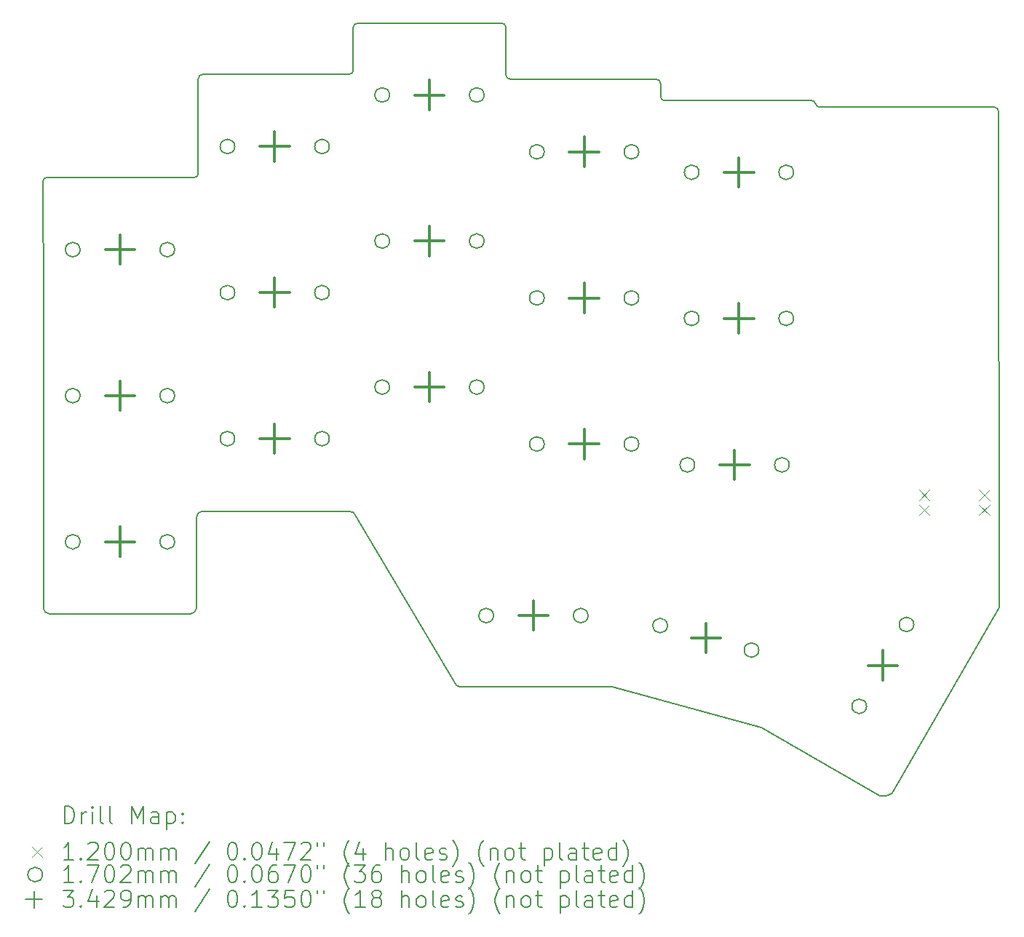
<source format=gbr>
%FSLAX45Y45*%
G04 Gerber Fmt 4.5, Leading zero omitted, Abs format (unit mm)*
G04 Created by KiCad (PCBNEW 6.99.0-a9ca49a600~144~ubuntu20.04.1) date 2021-12-30 21:08:44*
%MOMM*%
%LPD*%
G01*
G04 APERTURE LIST*
%TA.AperFunction,Profile*%
%ADD10C,0.150000*%
%TD*%
%ADD11C,0.200000*%
%ADD12C,0.120000*%
%ADD13C,0.170180*%
%ADD14C,0.342900*%
G04 APERTURE END LIST*
D10*
X18762000Y-5380500D02*
X16733040Y-5381502D01*
X9451545Y-6202085D02*
X7741920Y-6197600D01*
X17576800Y-13365480D02*
X18821400Y-11201400D01*
X16047720Y-12598400D02*
X17428867Y-13395960D01*
X12537440Y-12124081D02*
X14315440Y-12125960D01*
X16685040Y-5345502D02*
G75*
G03*
X16636050Y-5305500I-48990J-9998D01*
G01*
X16685040Y-5345502D02*
G75*
G03*
X16733040Y-5381502I48000J14000D01*
G01*
X16636050Y-5305500D02*
X14929320Y-5306902D01*
X9451545Y-6202085D02*
G75*
G03*
X9501545Y-6152085I0J50000D01*
G01*
X9551712Y-5000682D02*
G75*
G03*
X9501712Y-5050682I0J-50000D01*
G01*
X13031000Y-4403620D02*
X11353000Y-4404955D01*
X13081000Y-5005340D02*
X13081000Y-4453620D01*
X14829320Y-5056902D02*
X13131000Y-5055340D01*
X14879320Y-5256902D02*
X14879320Y-5106902D01*
X9501712Y-5050682D02*
X9501545Y-6152085D01*
X11254712Y-5000682D02*
X9551712Y-5000682D01*
X11303000Y-4454955D02*
X11304712Y-4950682D01*
X11254712Y-5000682D02*
G75*
G03*
X11304712Y-4950682I0J50000D01*
G01*
X11353000Y-4404955D02*
G75*
G03*
X11303000Y-4454955I0J-50000D01*
G01*
X13081000Y-4453620D02*
G75*
G03*
X13031000Y-4403620I-50000J0D01*
G01*
X13081000Y-5005340D02*
G75*
G03*
X13131000Y-5055340I50000J0D01*
G01*
X14879320Y-5106902D02*
G75*
G03*
X14829320Y-5056902I-50000J0D01*
G01*
X14879320Y-5256902D02*
G75*
G03*
X14929320Y-5306902I50000J0D01*
G01*
X18812000Y-5430500D02*
G75*
G03*
X18762000Y-5380500I-50000J0D01*
G01*
X9545320Y-10086265D02*
X11262360Y-10086265D01*
X9479280Y-11074400D02*
X9484360Y-10147225D01*
X11329486Y-10129488D02*
G75*
G03*
X11262360Y-10086265I-67126J-30512D01*
G01*
X12501880Y-12110720D02*
G75*
G03*
X12537440Y-12124081I35560J40640D01*
G01*
X17428867Y-13395960D02*
G75*
G03*
X17576800Y-13365480I44003J160668D01*
G01*
X7701280Y-9377680D02*
X7701280Y-11074400D01*
X7696200Y-6243320D02*
X7701280Y-7670800D01*
X18812000Y-5430500D02*
X18821400Y-11201400D01*
X9479280Y-11211560D02*
X9479280Y-11074400D01*
X9545320Y-10086265D02*
G75*
G03*
X9484360Y-10147225I0J-60960D01*
G01*
X9413240Y-11277600D02*
G75*
G03*
X9479280Y-11211560I0J66040D01*
G01*
X7701280Y-11211560D02*
X7701280Y-11074400D01*
X7701280Y-7670800D02*
X7701280Y-9377680D01*
X11329486Y-10129488D02*
X12501880Y-12110720D01*
X7741920Y-6197600D02*
G75*
G03*
X7696200Y-6243320I0J-45720D01*
G01*
X7767320Y-11277600D02*
X9413240Y-11277600D01*
X14315440Y-12125960D02*
X16047720Y-12598400D01*
X7701280Y-11211560D02*
G75*
G03*
X7767320Y-11277600I66040J0D01*
G01*
D11*
D12*
X17886000Y-9836100D02*
X18006000Y-9956100D01*
X18006000Y-9836100D02*
X17886000Y-9956100D01*
X17886000Y-10011100D02*
X18006000Y-10131100D01*
X18006000Y-10011100D02*
X17886000Y-10131100D01*
X18586000Y-9836100D02*
X18706000Y-9956100D01*
X18706000Y-9836100D02*
X18586000Y-9956100D01*
X18586000Y-10011100D02*
X18706000Y-10131100D01*
X18706000Y-10011100D02*
X18586000Y-10131100D01*
D13*
X8126090Y-7040000D02*
G75*
G03*
X8126090Y-7040000I-85090J0D01*
G01*
X8126090Y-8740000D02*
G75*
G03*
X8126090Y-8740000I-85090J0D01*
G01*
X8126090Y-10440000D02*
G75*
G03*
X8126090Y-10440000I-85090J0D01*
G01*
X9226090Y-7040000D02*
G75*
G03*
X9226090Y-7040000I-85090J0D01*
G01*
X9226090Y-8740000D02*
G75*
G03*
X9226090Y-8740000I-85090J0D01*
G01*
X9226090Y-10440000D02*
G75*
G03*
X9226090Y-10440000I-85090J0D01*
G01*
X9926090Y-5840000D02*
G75*
G03*
X9926090Y-5840000I-85090J0D01*
G01*
X9926090Y-7540000D02*
G75*
G03*
X9926090Y-7540000I-85090J0D01*
G01*
X9926090Y-9240000D02*
G75*
G03*
X9926090Y-9240000I-85090J0D01*
G01*
X11026090Y-5840000D02*
G75*
G03*
X11026090Y-5840000I-85090J0D01*
G01*
X11026090Y-7540000D02*
G75*
G03*
X11026090Y-7540000I-85090J0D01*
G01*
X11026090Y-9240000D02*
G75*
G03*
X11026090Y-9240000I-85090J0D01*
G01*
X11726090Y-5240000D02*
G75*
G03*
X11726090Y-5240000I-85090J0D01*
G01*
X11726090Y-6940000D02*
G75*
G03*
X11726090Y-6940000I-85090J0D01*
G01*
X11726090Y-8640000D02*
G75*
G03*
X11726090Y-8640000I-85090J0D01*
G01*
X12826090Y-5240000D02*
G75*
G03*
X12826090Y-5240000I-85090J0D01*
G01*
X12826090Y-6940000D02*
G75*
G03*
X12826090Y-6940000I-85090J0D01*
G01*
X12826090Y-8640000D02*
G75*
G03*
X12826090Y-8640000I-85090J0D01*
G01*
X12936090Y-11299000D02*
G75*
G03*
X12936090Y-11299000I-85090J0D01*
G01*
X13526090Y-5902000D02*
G75*
G03*
X13526090Y-5902000I-85090J0D01*
G01*
X13526090Y-7602000D02*
G75*
G03*
X13526090Y-7602000I-85090J0D01*
G01*
X13526090Y-9302500D02*
G75*
G03*
X13526090Y-9302500I-85090J0D01*
G01*
X14036090Y-11299000D02*
G75*
G03*
X14036090Y-11299000I-85090J0D01*
G01*
X14626090Y-5902000D02*
G75*
G03*
X14626090Y-5902000I-85090J0D01*
G01*
X14626090Y-7602000D02*
G75*
G03*
X14626090Y-7602000I-85090J0D01*
G01*
X14626090Y-9302500D02*
G75*
G03*
X14626090Y-9302500I-85090J0D01*
G01*
X14959831Y-11415649D02*
G75*
G03*
X14959831Y-11415649I-85090J0D01*
G01*
X15276090Y-9545000D02*
G75*
G03*
X15276090Y-9545000I-85090J0D01*
G01*
X15326090Y-6140000D02*
G75*
G03*
X15326090Y-6140000I-85090J0D01*
G01*
X15326090Y-7840000D02*
G75*
G03*
X15326090Y-7840000I-85090J0D01*
G01*
X16022349Y-11700350D02*
G75*
G03*
X16022349Y-11700350I-85090J0D01*
G01*
X16376090Y-9545000D02*
G75*
G03*
X16376090Y-9545000I-85090J0D01*
G01*
X16426090Y-6140000D02*
G75*
G03*
X16426090Y-6140000I-85090J0D01*
G01*
X16426090Y-7840000D02*
G75*
G03*
X16426090Y-7840000I-85090J0D01*
G01*
X17276090Y-12355314D02*
G75*
G03*
X17276090Y-12355314I-85090J0D01*
G01*
X17826090Y-11402686D02*
G75*
G03*
X17826090Y-11402686I-85090J0D01*
G01*
D14*
X8591000Y-6868550D02*
X8591000Y-7211450D01*
X8419550Y-7040000D02*
X8762450Y-7040000D01*
X8591000Y-8568550D02*
X8591000Y-8911450D01*
X8419550Y-8740000D02*
X8762450Y-8740000D01*
X8591000Y-10268550D02*
X8591000Y-10611450D01*
X8419550Y-10440000D02*
X8762450Y-10440000D01*
X10391000Y-5668550D02*
X10391000Y-6011450D01*
X10219550Y-5840000D02*
X10562450Y-5840000D01*
X10391000Y-7368550D02*
X10391000Y-7711450D01*
X10219550Y-7540000D02*
X10562450Y-7540000D01*
X10391000Y-9068550D02*
X10391000Y-9411450D01*
X10219550Y-9240000D02*
X10562450Y-9240000D01*
X12191000Y-5068550D02*
X12191000Y-5411450D01*
X12019550Y-5240000D02*
X12362450Y-5240000D01*
X12191000Y-6768550D02*
X12191000Y-7111450D01*
X12019550Y-6940000D02*
X12362450Y-6940000D01*
X12191000Y-8468550D02*
X12191000Y-8811450D01*
X12019550Y-8640000D02*
X12362450Y-8640000D01*
X13401000Y-11127550D02*
X13401000Y-11470450D01*
X13229550Y-11299000D02*
X13572450Y-11299000D01*
X13991000Y-5730550D02*
X13991000Y-6073450D01*
X13819550Y-5902000D02*
X14162450Y-5902000D01*
X13991000Y-7430550D02*
X13991000Y-7773450D01*
X13819550Y-7602000D02*
X14162450Y-7602000D01*
X13991000Y-9131050D02*
X13991000Y-9473950D01*
X13819550Y-9302500D02*
X14162450Y-9302500D01*
X15406000Y-11386550D02*
X15406000Y-11729450D01*
X15234550Y-11558000D02*
X15577450Y-11558000D01*
X15741000Y-9373550D02*
X15741000Y-9716450D01*
X15569550Y-9545000D02*
X15912450Y-9545000D01*
X15791000Y-5968550D02*
X15791000Y-6311450D01*
X15619550Y-6140000D02*
X15962450Y-6140000D01*
X15791000Y-7668550D02*
X15791000Y-8011450D01*
X15619550Y-7840000D02*
X15962450Y-7840000D01*
X17466000Y-11707550D02*
X17466000Y-12050450D01*
X17294550Y-11879000D02*
X17637450Y-11879000D01*
D11*
X7946319Y-13719853D02*
X7946319Y-13519853D01*
X7993938Y-13519853D01*
X8022509Y-13529377D01*
X8041557Y-13548424D01*
X8051081Y-13567472D01*
X8060605Y-13605567D01*
X8060605Y-13634138D01*
X8051081Y-13672234D01*
X8041557Y-13691281D01*
X8022509Y-13710329D01*
X7993938Y-13719853D01*
X7946319Y-13719853D01*
X8146319Y-13719853D02*
X8146319Y-13586519D01*
X8146319Y-13624615D02*
X8155843Y-13605567D01*
X8165367Y-13596043D01*
X8184414Y-13586519D01*
X8203462Y-13586519D01*
X8270128Y-13719853D02*
X8270128Y-13586519D01*
X8270128Y-13519853D02*
X8260605Y-13529377D01*
X8270128Y-13538900D01*
X8279652Y-13529377D01*
X8270128Y-13519853D01*
X8270128Y-13538900D01*
X8393938Y-13719853D02*
X8374890Y-13710329D01*
X8365367Y-13691281D01*
X8365367Y-13519853D01*
X8498700Y-13719853D02*
X8479652Y-13710329D01*
X8470129Y-13691281D01*
X8470129Y-13519853D01*
X8727271Y-13719853D02*
X8727271Y-13519853D01*
X8793938Y-13662710D01*
X8860605Y-13519853D01*
X8860605Y-13719853D01*
X9041557Y-13719853D02*
X9041557Y-13615091D01*
X9032033Y-13596043D01*
X9012986Y-13586519D01*
X8974890Y-13586519D01*
X8955843Y-13596043D01*
X9041557Y-13710329D02*
X9022510Y-13719853D01*
X8974890Y-13719853D01*
X8955843Y-13710329D01*
X8946319Y-13691281D01*
X8946319Y-13672234D01*
X8955843Y-13653186D01*
X8974890Y-13643662D01*
X9022510Y-13643662D01*
X9041557Y-13634138D01*
X9136795Y-13586519D02*
X9136795Y-13786519D01*
X9136795Y-13596043D02*
X9155843Y-13586519D01*
X9193938Y-13586519D01*
X9212986Y-13596043D01*
X9222510Y-13605567D01*
X9232033Y-13624615D01*
X9232033Y-13681757D01*
X9222510Y-13700805D01*
X9212986Y-13710329D01*
X9193938Y-13719853D01*
X9155843Y-13719853D01*
X9136795Y-13710329D01*
X9317748Y-13700805D02*
X9327271Y-13710329D01*
X9317748Y-13719853D01*
X9308224Y-13710329D01*
X9317748Y-13700805D01*
X9317748Y-13719853D01*
X9317748Y-13596043D02*
X9327271Y-13605567D01*
X9317748Y-13615091D01*
X9308224Y-13605567D01*
X9317748Y-13596043D01*
X9317748Y-13615091D01*
D12*
X7568700Y-13989377D02*
X7688700Y-14109377D01*
X7688700Y-13989377D02*
X7568700Y-14109377D01*
D11*
X8051081Y-14139853D02*
X7936795Y-14139853D01*
X7993938Y-14139853D02*
X7993938Y-13939853D01*
X7974890Y-13968424D01*
X7955843Y-13987472D01*
X7936795Y-13996996D01*
X8136795Y-14120805D02*
X8146319Y-14130329D01*
X8136795Y-14139853D01*
X8127271Y-14130329D01*
X8136795Y-14120805D01*
X8136795Y-14139853D01*
X8222509Y-13958900D02*
X8232033Y-13949377D01*
X8251081Y-13939853D01*
X8298700Y-13939853D01*
X8317748Y-13949377D01*
X8327271Y-13958900D01*
X8336795Y-13977948D01*
X8336795Y-13996996D01*
X8327271Y-14025567D01*
X8212986Y-14139853D01*
X8336795Y-14139853D01*
X8460605Y-13939853D02*
X8479652Y-13939853D01*
X8498700Y-13949377D01*
X8508224Y-13958900D01*
X8517748Y-13977948D01*
X8527271Y-14016043D01*
X8527271Y-14063662D01*
X8517748Y-14101757D01*
X8508224Y-14120805D01*
X8498700Y-14130329D01*
X8479652Y-14139853D01*
X8460605Y-14139853D01*
X8441557Y-14130329D01*
X8432033Y-14120805D01*
X8422510Y-14101757D01*
X8412986Y-14063662D01*
X8412986Y-14016043D01*
X8422510Y-13977948D01*
X8432033Y-13958900D01*
X8441557Y-13949377D01*
X8460605Y-13939853D01*
X8651081Y-13939853D02*
X8670129Y-13939853D01*
X8689176Y-13949377D01*
X8698700Y-13958900D01*
X8708224Y-13977948D01*
X8717748Y-14016043D01*
X8717748Y-14063662D01*
X8708224Y-14101757D01*
X8698700Y-14120805D01*
X8689176Y-14130329D01*
X8670129Y-14139853D01*
X8651081Y-14139853D01*
X8632033Y-14130329D01*
X8622510Y-14120805D01*
X8612986Y-14101757D01*
X8603462Y-14063662D01*
X8603462Y-14016043D01*
X8612986Y-13977948D01*
X8622510Y-13958900D01*
X8632033Y-13949377D01*
X8651081Y-13939853D01*
X8803462Y-14139853D02*
X8803462Y-14006519D01*
X8803462Y-14025567D02*
X8812986Y-14016043D01*
X8832033Y-14006519D01*
X8860605Y-14006519D01*
X8879652Y-14016043D01*
X8889176Y-14035091D01*
X8889176Y-14139853D01*
X8889176Y-14035091D02*
X8898700Y-14016043D01*
X8917748Y-14006519D01*
X8946319Y-14006519D01*
X8965367Y-14016043D01*
X8974890Y-14035091D01*
X8974890Y-14139853D01*
X9070129Y-14139853D02*
X9070129Y-14006519D01*
X9070129Y-14025567D02*
X9079652Y-14016043D01*
X9098700Y-14006519D01*
X9127271Y-14006519D01*
X9146319Y-14016043D01*
X9155843Y-14035091D01*
X9155843Y-14139853D01*
X9155843Y-14035091D02*
X9165367Y-14016043D01*
X9184414Y-14006519D01*
X9212986Y-14006519D01*
X9232033Y-14016043D01*
X9241557Y-14035091D01*
X9241557Y-14139853D01*
X9632033Y-13930329D02*
X9460605Y-14187472D01*
X9889176Y-13939853D02*
X9908224Y-13939853D01*
X9927271Y-13949377D01*
X9936795Y-13958900D01*
X9946319Y-13977948D01*
X9955843Y-14016043D01*
X9955843Y-14063662D01*
X9946319Y-14101757D01*
X9936795Y-14120805D01*
X9927271Y-14130329D01*
X9908224Y-14139853D01*
X9889176Y-14139853D01*
X9870129Y-14130329D01*
X9860605Y-14120805D01*
X9851081Y-14101757D01*
X9841557Y-14063662D01*
X9841557Y-14016043D01*
X9851081Y-13977948D01*
X9860605Y-13958900D01*
X9870129Y-13949377D01*
X9889176Y-13939853D01*
X10041557Y-14120805D02*
X10051081Y-14130329D01*
X10041557Y-14139853D01*
X10032033Y-14130329D01*
X10041557Y-14120805D01*
X10041557Y-14139853D01*
X10174890Y-13939853D02*
X10193938Y-13939853D01*
X10212986Y-13949377D01*
X10222510Y-13958900D01*
X10232033Y-13977948D01*
X10241557Y-14016043D01*
X10241557Y-14063662D01*
X10232033Y-14101757D01*
X10222510Y-14120805D01*
X10212986Y-14130329D01*
X10193938Y-14139853D01*
X10174890Y-14139853D01*
X10155843Y-14130329D01*
X10146319Y-14120805D01*
X10136795Y-14101757D01*
X10127271Y-14063662D01*
X10127271Y-14016043D01*
X10136795Y-13977948D01*
X10146319Y-13958900D01*
X10155843Y-13949377D01*
X10174890Y-13939853D01*
X10412986Y-14006519D02*
X10412986Y-14139853D01*
X10365367Y-13930329D02*
X10317748Y-14073186D01*
X10441557Y-14073186D01*
X10498700Y-13939853D02*
X10632033Y-13939853D01*
X10546319Y-14139853D01*
X10698700Y-13958900D02*
X10708224Y-13949377D01*
X10727271Y-13939853D01*
X10774890Y-13939853D01*
X10793938Y-13949377D01*
X10803462Y-13958900D01*
X10812986Y-13977948D01*
X10812986Y-13996996D01*
X10803462Y-14025567D01*
X10689176Y-14139853D01*
X10812986Y-14139853D01*
X10889176Y-13939853D02*
X10889176Y-13977948D01*
X10965367Y-13939853D02*
X10965367Y-13977948D01*
X11260605Y-14216043D02*
X11251081Y-14206519D01*
X11232033Y-14177948D01*
X11222509Y-14158900D01*
X11212986Y-14130329D01*
X11203462Y-14082710D01*
X11203462Y-14044615D01*
X11212986Y-13996996D01*
X11222509Y-13968424D01*
X11232033Y-13949377D01*
X11251081Y-13920805D01*
X11260605Y-13911281D01*
X11422509Y-14006519D02*
X11422509Y-14139853D01*
X11374890Y-13930329D02*
X11327271Y-14073186D01*
X11451081Y-14073186D01*
X11679652Y-14139853D02*
X11679652Y-13939853D01*
X11765367Y-14139853D02*
X11765367Y-14035091D01*
X11755843Y-14016043D01*
X11736795Y-14006519D01*
X11708224Y-14006519D01*
X11689176Y-14016043D01*
X11679652Y-14025567D01*
X11889176Y-14139853D02*
X11870128Y-14130329D01*
X11860605Y-14120805D01*
X11851081Y-14101757D01*
X11851081Y-14044615D01*
X11860605Y-14025567D01*
X11870128Y-14016043D01*
X11889176Y-14006519D01*
X11917748Y-14006519D01*
X11936795Y-14016043D01*
X11946319Y-14025567D01*
X11955843Y-14044615D01*
X11955843Y-14101757D01*
X11946319Y-14120805D01*
X11936795Y-14130329D01*
X11917748Y-14139853D01*
X11889176Y-14139853D01*
X12070128Y-14139853D02*
X12051081Y-14130329D01*
X12041557Y-14111281D01*
X12041557Y-13939853D01*
X12222509Y-14130329D02*
X12203462Y-14139853D01*
X12165367Y-14139853D01*
X12146319Y-14130329D01*
X12136795Y-14111281D01*
X12136795Y-14035091D01*
X12146319Y-14016043D01*
X12165367Y-14006519D01*
X12203462Y-14006519D01*
X12222509Y-14016043D01*
X12232033Y-14035091D01*
X12232033Y-14054138D01*
X12136795Y-14073186D01*
X12308224Y-14130329D02*
X12327271Y-14139853D01*
X12365367Y-14139853D01*
X12384414Y-14130329D01*
X12393938Y-14111281D01*
X12393938Y-14101757D01*
X12384414Y-14082710D01*
X12365367Y-14073186D01*
X12336795Y-14073186D01*
X12317748Y-14063662D01*
X12308224Y-14044615D01*
X12308224Y-14035091D01*
X12317748Y-14016043D01*
X12336795Y-14006519D01*
X12365367Y-14006519D01*
X12384414Y-14016043D01*
X12460605Y-14216043D02*
X12470128Y-14206519D01*
X12489176Y-14177948D01*
X12498700Y-14158900D01*
X12508224Y-14130329D01*
X12517748Y-14082710D01*
X12517748Y-14044615D01*
X12508224Y-13996996D01*
X12498700Y-13968424D01*
X12489176Y-13949377D01*
X12470128Y-13920805D01*
X12460605Y-13911281D01*
X12822509Y-14216043D02*
X12812986Y-14206519D01*
X12793938Y-14177948D01*
X12784414Y-14158900D01*
X12774890Y-14130329D01*
X12765367Y-14082710D01*
X12765367Y-14044615D01*
X12774890Y-13996996D01*
X12784414Y-13968424D01*
X12793938Y-13949377D01*
X12812986Y-13920805D01*
X12822509Y-13911281D01*
X12898700Y-14006519D02*
X12898700Y-14139853D01*
X12898700Y-14025567D02*
X12908224Y-14016043D01*
X12927271Y-14006519D01*
X12955843Y-14006519D01*
X12974890Y-14016043D01*
X12984414Y-14035091D01*
X12984414Y-14139853D01*
X13108224Y-14139853D02*
X13089176Y-14130329D01*
X13079652Y-14120805D01*
X13070128Y-14101757D01*
X13070128Y-14044615D01*
X13079652Y-14025567D01*
X13089176Y-14016043D01*
X13108224Y-14006519D01*
X13136795Y-14006519D01*
X13155843Y-14016043D01*
X13165367Y-14025567D01*
X13174890Y-14044615D01*
X13174890Y-14101757D01*
X13165367Y-14120805D01*
X13155843Y-14130329D01*
X13136795Y-14139853D01*
X13108224Y-14139853D01*
X13232033Y-14006519D02*
X13308224Y-14006519D01*
X13260605Y-13939853D02*
X13260605Y-14111281D01*
X13270128Y-14130329D01*
X13289176Y-14139853D01*
X13308224Y-14139853D01*
X13527271Y-14006519D02*
X13527271Y-14206519D01*
X13527271Y-14016043D02*
X13546319Y-14006519D01*
X13584414Y-14006519D01*
X13603462Y-14016043D01*
X13612986Y-14025567D01*
X13622509Y-14044615D01*
X13622509Y-14101757D01*
X13612986Y-14120805D01*
X13603462Y-14130329D01*
X13584414Y-14139853D01*
X13546319Y-14139853D01*
X13527271Y-14130329D01*
X13736795Y-14139853D02*
X13717748Y-14130329D01*
X13708224Y-14111281D01*
X13708224Y-13939853D01*
X13898700Y-14139853D02*
X13898700Y-14035091D01*
X13889176Y-14016043D01*
X13870128Y-14006519D01*
X13832033Y-14006519D01*
X13812986Y-14016043D01*
X13898700Y-14130329D02*
X13879652Y-14139853D01*
X13832033Y-14139853D01*
X13812986Y-14130329D01*
X13803462Y-14111281D01*
X13803462Y-14092234D01*
X13812986Y-14073186D01*
X13832033Y-14063662D01*
X13879652Y-14063662D01*
X13898700Y-14054138D01*
X13965367Y-14006519D02*
X14041557Y-14006519D01*
X13993938Y-13939853D02*
X13993938Y-14111281D01*
X14003462Y-14130329D01*
X14022509Y-14139853D01*
X14041557Y-14139853D01*
X14184414Y-14130329D02*
X14165367Y-14139853D01*
X14127271Y-14139853D01*
X14108224Y-14130329D01*
X14098700Y-14111281D01*
X14098700Y-14035091D01*
X14108224Y-14016043D01*
X14127271Y-14006519D01*
X14165367Y-14006519D01*
X14184414Y-14016043D01*
X14193938Y-14035091D01*
X14193938Y-14054138D01*
X14098700Y-14073186D01*
X14365367Y-14139853D02*
X14365367Y-13939853D01*
X14365367Y-14130329D02*
X14346319Y-14139853D01*
X14308224Y-14139853D01*
X14289176Y-14130329D01*
X14279652Y-14120805D01*
X14270128Y-14101757D01*
X14270128Y-14044615D01*
X14279652Y-14025567D01*
X14289176Y-14016043D01*
X14308224Y-14006519D01*
X14346319Y-14006519D01*
X14365367Y-14016043D01*
X14441557Y-14216043D02*
X14451081Y-14206519D01*
X14470128Y-14177948D01*
X14479652Y-14158900D01*
X14489176Y-14130329D01*
X14498700Y-14082710D01*
X14498700Y-14044615D01*
X14489176Y-13996996D01*
X14479652Y-13968424D01*
X14470128Y-13949377D01*
X14451081Y-13920805D01*
X14441557Y-13911281D01*
D13*
X7688700Y-14313377D02*
G75*
G03*
X7688700Y-14313377I-85090J0D01*
G01*
D11*
X8051081Y-14403853D02*
X7936795Y-14403853D01*
X7993938Y-14403853D02*
X7993938Y-14203853D01*
X7974890Y-14232424D01*
X7955843Y-14251472D01*
X7936795Y-14260996D01*
X8136795Y-14384805D02*
X8146319Y-14394329D01*
X8136795Y-14403853D01*
X8127271Y-14394329D01*
X8136795Y-14384805D01*
X8136795Y-14403853D01*
X8212986Y-14203853D02*
X8346319Y-14203853D01*
X8260605Y-14403853D01*
X8460605Y-14203853D02*
X8479652Y-14203853D01*
X8498700Y-14213377D01*
X8508224Y-14222900D01*
X8517748Y-14241948D01*
X8527271Y-14280043D01*
X8527271Y-14327662D01*
X8517748Y-14365757D01*
X8508224Y-14384805D01*
X8498700Y-14394329D01*
X8479652Y-14403853D01*
X8460605Y-14403853D01*
X8441557Y-14394329D01*
X8432033Y-14384805D01*
X8422510Y-14365757D01*
X8412986Y-14327662D01*
X8412986Y-14280043D01*
X8422510Y-14241948D01*
X8432033Y-14222900D01*
X8441557Y-14213377D01*
X8460605Y-14203853D01*
X8603462Y-14222900D02*
X8612986Y-14213377D01*
X8632033Y-14203853D01*
X8679652Y-14203853D01*
X8698700Y-14213377D01*
X8708224Y-14222900D01*
X8717748Y-14241948D01*
X8717748Y-14260996D01*
X8708224Y-14289567D01*
X8593938Y-14403853D01*
X8717748Y-14403853D01*
X8803462Y-14403853D02*
X8803462Y-14270519D01*
X8803462Y-14289567D02*
X8812986Y-14280043D01*
X8832033Y-14270519D01*
X8860605Y-14270519D01*
X8879652Y-14280043D01*
X8889176Y-14299091D01*
X8889176Y-14403853D01*
X8889176Y-14299091D02*
X8898700Y-14280043D01*
X8917748Y-14270519D01*
X8946319Y-14270519D01*
X8965367Y-14280043D01*
X8974890Y-14299091D01*
X8974890Y-14403853D01*
X9070129Y-14403853D02*
X9070129Y-14270519D01*
X9070129Y-14289567D02*
X9079652Y-14280043D01*
X9098700Y-14270519D01*
X9127271Y-14270519D01*
X9146319Y-14280043D01*
X9155843Y-14299091D01*
X9155843Y-14403853D01*
X9155843Y-14299091D02*
X9165367Y-14280043D01*
X9184414Y-14270519D01*
X9212986Y-14270519D01*
X9232033Y-14280043D01*
X9241557Y-14299091D01*
X9241557Y-14403853D01*
X9632033Y-14194329D02*
X9460605Y-14451472D01*
X9889176Y-14203853D02*
X9908224Y-14203853D01*
X9927271Y-14213377D01*
X9936795Y-14222900D01*
X9946319Y-14241948D01*
X9955843Y-14280043D01*
X9955843Y-14327662D01*
X9946319Y-14365757D01*
X9936795Y-14384805D01*
X9927271Y-14394329D01*
X9908224Y-14403853D01*
X9889176Y-14403853D01*
X9870129Y-14394329D01*
X9860605Y-14384805D01*
X9851081Y-14365757D01*
X9841557Y-14327662D01*
X9841557Y-14280043D01*
X9851081Y-14241948D01*
X9860605Y-14222900D01*
X9870129Y-14213377D01*
X9889176Y-14203853D01*
X10041557Y-14384805D02*
X10051081Y-14394329D01*
X10041557Y-14403853D01*
X10032033Y-14394329D01*
X10041557Y-14384805D01*
X10041557Y-14403853D01*
X10174890Y-14203853D02*
X10193938Y-14203853D01*
X10212986Y-14213377D01*
X10222510Y-14222900D01*
X10232033Y-14241948D01*
X10241557Y-14280043D01*
X10241557Y-14327662D01*
X10232033Y-14365757D01*
X10222510Y-14384805D01*
X10212986Y-14394329D01*
X10193938Y-14403853D01*
X10174890Y-14403853D01*
X10155843Y-14394329D01*
X10146319Y-14384805D01*
X10136795Y-14365757D01*
X10127271Y-14327662D01*
X10127271Y-14280043D01*
X10136795Y-14241948D01*
X10146319Y-14222900D01*
X10155843Y-14213377D01*
X10174890Y-14203853D01*
X10412986Y-14203853D02*
X10374890Y-14203853D01*
X10355843Y-14213377D01*
X10346319Y-14222900D01*
X10327271Y-14251472D01*
X10317748Y-14289567D01*
X10317748Y-14365757D01*
X10327271Y-14384805D01*
X10336795Y-14394329D01*
X10355843Y-14403853D01*
X10393938Y-14403853D01*
X10412986Y-14394329D01*
X10422510Y-14384805D01*
X10432033Y-14365757D01*
X10432033Y-14318138D01*
X10422510Y-14299091D01*
X10412986Y-14289567D01*
X10393938Y-14280043D01*
X10355843Y-14280043D01*
X10336795Y-14289567D01*
X10327271Y-14299091D01*
X10317748Y-14318138D01*
X10498700Y-14203853D02*
X10632033Y-14203853D01*
X10546319Y-14403853D01*
X10746319Y-14203853D02*
X10765367Y-14203853D01*
X10784414Y-14213377D01*
X10793938Y-14222900D01*
X10803462Y-14241948D01*
X10812986Y-14280043D01*
X10812986Y-14327662D01*
X10803462Y-14365757D01*
X10793938Y-14384805D01*
X10784414Y-14394329D01*
X10765367Y-14403853D01*
X10746319Y-14403853D01*
X10727271Y-14394329D01*
X10717748Y-14384805D01*
X10708224Y-14365757D01*
X10698700Y-14327662D01*
X10698700Y-14280043D01*
X10708224Y-14241948D01*
X10717748Y-14222900D01*
X10727271Y-14213377D01*
X10746319Y-14203853D01*
X10889176Y-14203853D02*
X10889176Y-14241948D01*
X10965367Y-14203853D02*
X10965367Y-14241948D01*
X11260605Y-14480043D02*
X11251081Y-14470519D01*
X11232033Y-14441948D01*
X11222509Y-14422900D01*
X11212986Y-14394329D01*
X11203462Y-14346710D01*
X11203462Y-14308615D01*
X11212986Y-14260996D01*
X11222509Y-14232424D01*
X11232033Y-14213377D01*
X11251081Y-14184805D01*
X11260605Y-14175281D01*
X11317748Y-14203853D02*
X11441557Y-14203853D01*
X11374890Y-14280043D01*
X11403462Y-14280043D01*
X11422509Y-14289567D01*
X11432033Y-14299091D01*
X11441557Y-14318138D01*
X11441557Y-14365757D01*
X11432033Y-14384805D01*
X11422509Y-14394329D01*
X11403462Y-14403853D01*
X11346319Y-14403853D01*
X11327271Y-14394329D01*
X11317748Y-14384805D01*
X11612986Y-14203853D02*
X11574890Y-14203853D01*
X11555843Y-14213377D01*
X11546319Y-14222900D01*
X11527271Y-14251472D01*
X11517748Y-14289567D01*
X11517748Y-14365757D01*
X11527271Y-14384805D01*
X11536795Y-14394329D01*
X11555843Y-14403853D01*
X11593938Y-14403853D01*
X11612986Y-14394329D01*
X11622509Y-14384805D01*
X11632033Y-14365757D01*
X11632033Y-14318138D01*
X11622509Y-14299091D01*
X11612986Y-14289567D01*
X11593938Y-14280043D01*
X11555843Y-14280043D01*
X11536795Y-14289567D01*
X11527271Y-14299091D01*
X11517748Y-14318138D01*
X11870128Y-14403853D02*
X11870128Y-14203853D01*
X11955843Y-14403853D02*
X11955843Y-14299091D01*
X11946319Y-14280043D01*
X11927271Y-14270519D01*
X11898700Y-14270519D01*
X11879652Y-14280043D01*
X11870128Y-14289567D01*
X12079652Y-14403853D02*
X12060605Y-14394329D01*
X12051081Y-14384805D01*
X12041557Y-14365757D01*
X12041557Y-14308615D01*
X12051081Y-14289567D01*
X12060605Y-14280043D01*
X12079652Y-14270519D01*
X12108224Y-14270519D01*
X12127271Y-14280043D01*
X12136795Y-14289567D01*
X12146319Y-14308615D01*
X12146319Y-14365757D01*
X12136795Y-14384805D01*
X12127271Y-14394329D01*
X12108224Y-14403853D01*
X12079652Y-14403853D01*
X12260605Y-14403853D02*
X12241557Y-14394329D01*
X12232033Y-14375281D01*
X12232033Y-14203853D01*
X12412986Y-14394329D02*
X12393938Y-14403853D01*
X12355843Y-14403853D01*
X12336795Y-14394329D01*
X12327271Y-14375281D01*
X12327271Y-14299091D01*
X12336795Y-14280043D01*
X12355843Y-14270519D01*
X12393938Y-14270519D01*
X12412986Y-14280043D01*
X12422509Y-14299091D01*
X12422509Y-14318138D01*
X12327271Y-14337186D01*
X12498700Y-14394329D02*
X12517748Y-14403853D01*
X12555843Y-14403853D01*
X12574890Y-14394329D01*
X12584414Y-14375281D01*
X12584414Y-14365757D01*
X12574890Y-14346710D01*
X12555843Y-14337186D01*
X12527271Y-14337186D01*
X12508224Y-14327662D01*
X12498700Y-14308615D01*
X12498700Y-14299091D01*
X12508224Y-14280043D01*
X12527271Y-14270519D01*
X12555843Y-14270519D01*
X12574890Y-14280043D01*
X12651081Y-14480043D02*
X12660605Y-14470519D01*
X12679652Y-14441948D01*
X12689176Y-14422900D01*
X12698700Y-14394329D01*
X12708224Y-14346710D01*
X12708224Y-14308615D01*
X12698700Y-14260996D01*
X12689176Y-14232424D01*
X12679652Y-14213377D01*
X12660605Y-14184805D01*
X12651081Y-14175281D01*
X13012986Y-14480043D02*
X13003462Y-14470519D01*
X12984414Y-14441948D01*
X12974890Y-14422900D01*
X12965367Y-14394329D01*
X12955843Y-14346710D01*
X12955843Y-14308615D01*
X12965367Y-14260996D01*
X12974890Y-14232424D01*
X12984414Y-14213377D01*
X13003462Y-14184805D01*
X13012986Y-14175281D01*
X13089176Y-14270519D02*
X13089176Y-14403853D01*
X13089176Y-14289567D02*
X13098700Y-14280043D01*
X13117748Y-14270519D01*
X13146319Y-14270519D01*
X13165367Y-14280043D01*
X13174890Y-14299091D01*
X13174890Y-14403853D01*
X13298700Y-14403853D02*
X13279652Y-14394329D01*
X13270128Y-14384805D01*
X13260605Y-14365757D01*
X13260605Y-14308615D01*
X13270128Y-14289567D01*
X13279652Y-14280043D01*
X13298700Y-14270519D01*
X13327271Y-14270519D01*
X13346319Y-14280043D01*
X13355843Y-14289567D01*
X13365367Y-14308615D01*
X13365367Y-14365757D01*
X13355843Y-14384805D01*
X13346319Y-14394329D01*
X13327271Y-14403853D01*
X13298700Y-14403853D01*
X13422509Y-14270519D02*
X13498700Y-14270519D01*
X13451081Y-14203853D02*
X13451081Y-14375281D01*
X13460605Y-14394329D01*
X13479652Y-14403853D01*
X13498700Y-14403853D01*
X13717748Y-14270519D02*
X13717748Y-14470519D01*
X13717748Y-14280043D02*
X13736795Y-14270519D01*
X13774890Y-14270519D01*
X13793938Y-14280043D01*
X13803462Y-14289567D01*
X13812986Y-14308615D01*
X13812986Y-14365757D01*
X13803462Y-14384805D01*
X13793938Y-14394329D01*
X13774890Y-14403853D01*
X13736795Y-14403853D01*
X13717748Y-14394329D01*
X13927271Y-14403853D02*
X13908224Y-14394329D01*
X13898700Y-14375281D01*
X13898700Y-14203853D01*
X14089176Y-14403853D02*
X14089176Y-14299091D01*
X14079652Y-14280043D01*
X14060605Y-14270519D01*
X14022509Y-14270519D01*
X14003462Y-14280043D01*
X14089176Y-14394329D02*
X14070128Y-14403853D01*
X14022509Y-14403853D01*
X14003462Y-14394329D01*
X13993938Y-14375281D01*
X13993938Y-14356234D01*
X14003462Y-14337186D01*
X14022509Y-14327662D01*
X14070128Y-14327662D01*
X14089176Y-14318138D01*
X14155843Y-14270519D02*
X14232033Y-14270519D01*
X14184414Y-14203853D02*
X14184414Y-14375281D01*
X14193938Y-14394329D01*
X14212986Y-14403853D01*
X14232033Y-14403853D01*
X14374890Y-14394329D02*
X14355843Y-14403853D01*
X14317748Y-14403853D01*
X14298700Y-14394329D01*
X14289176Y-14375281D01*
X14289176Y-14299091D01*
X14298700Y-14280043D01*
X14317748Y-14270519D01*
X14355843Y-14270519D01*
X14374890Y-14280043D01*
X14384414Y-14299091D01*
X14384414Y-14318138D01*
X14289176Y-14337186D01*
X14555843Y-14403853D02*
X14555843Y-14203853D01*
X14555843Y-14394329D02*
X14536795Y-14403853D01*
X14498700Y-14403853D01*
X14479652Y-14394329D01*
X14470128Y-14384805D01*
X14460605Y-14365757D01*
X14460605Y-14308615D01*
X14470128Y-14289567D01*
X14479652Y-14280043D01*
X14498700Y-14270519D01*
X14536795Y-14270519D01*
X14555843Y-14280043D01*
X14632033Y-14480043D02*
X14641557Y-14470519D01*
X14660605Y-14441948D01*
X14670128Y-14422900D01*
X14679652Y-14394329D01*
X14689176Y-14346710D01*
X14689176Y-14308615D01*
X14679652Y-14260996D01*
X14670128Y-14232424D01*
X14660605Y-14213377D01*
X14641557Y-14184805D01*
X14632033Y-14175281D01*
X7588700Y-14503557D02*
X7588700Y-14703557D01*
X7488700Y-14603557D02*
X7688700Y-14603557D01*
X7927271Y-14494033D02*
X8051081Y-14494033D01*
X7984414Y-14570223D01*
X8012986Y-14570223D01*
X8032033Y-14579747D01*
X8041557Y-14589271D01*
X8051081Y-14608318D01*
X8051081Y-14655937D01*
X8041557Y-14674985D01*
X8032033Y-14684509D01*
X8012986Y-14694033D01*
X7955843Y-14694033D01*
X7936795Y-14684509D01*
X7927271Y-14674985D01*
X8136795Y-14674985D02*
X8146319Y-14684509D01*
X8136795Y-14694033D01*
X8127271Y-14684509D01*
X8136795Y-14674985D01*
X8136795Y-14694033D01*
X8317748Y-14560699D02*
X8317748Y-14694033D01*
X8270128Y-14484509D02*
X8222509Y-14627366D01*
X8346319Y-14627366D01*
X8412986Y-14513080D02*
X8422510Y-14503557D01*
X8441557Y-14494033D01*
X8489176Y-14494033D01*
X8508224Y-14503557D01*
X8517748Y-14513080D01*
X8527271Y-14532128D01*
X8527271Y-14551176D01*
X8517748Y-14579747D01*
X8403462Y-14694033D01*
X8527271Y-14694033D01*
X8622510Y-14694033D02*
X8660605Y-14694033D01*
X8679652Y-14684509D01*
X8689176Y-14674985D01*
X8708224Y-14646414D01*
X8717748Y-14608318D01*
X8717748Y-14532128D01*
X8708224Y-14513080D01*
X8698700Y-14503557D01*
X8679652Y-14494033D01*
X8641557Y-14494033D01*
X8622510Y-14503557D01*
X8612986Y-14513080D01*
X8603462Y-14532128D01*
X8603462Y-14579747D01*
X8612986Y-14598795D01*
X8622510Y-14608318D01*
X8641557Y-14617842D01*
X8679652Y-14617842D01*
X8698700Y-14608318D01*
X8708224Y-14598795D01*
X8717748Y-14579747D01*
X8803462Y-14694033D02*
X8803462Y-14560699D01*
X8803462Y-14579747D02*
X8812986Y-14570223D01*
X8832033Y-14560699D01*
X8860605Y-14560699D01*
X8879652Y-14570223D01*
X8889176Y-14589271D01*
X8889176Y-14694033D01*
X8889176Y-14589271D02*
X8898700Y-14570223D01*
X8917748Y-14560699D01*
X8946319Y-14560699D01*
X8965367Y-14570223D01*
X8974890Y-14589271D01*
X8974890Y-14694033D01*
X9070129Y-14694033D02*
X9070129Y-14560699D01*
X9070129Y-14579747D02*
X9079652Y-14570223D01*
X9098700Y-14560699D01*
X9127271Y-14560699D01*
X9146319Y-14570223D01*
X9155843Y-14589271D01*
X9155843Y-14694033D01*
X9155843Y-14589271D02*
X9165367Y-14570223D01*
X9184414Y-14560699D01*
X9212986Y-14560699D01*
X9232033Y-14570223D01*
X9241557Y-14589271D01*
X9241557Y-14694033D01*
X9632033Y-14484509D02*
X9460605Y-14741652D01*
X9889176Y-14494033D02*
X9908224Y-14494033D01*
X9927271Y-14503557D01*
X9936795Y-14513080D01*
X9946319Y-14532128D01*
X9955843Y-14570223D01*
X9955843Y-14617842D01*
X9946319Y-14655937D01*
X9936795Y-14674985D01*
X9927271Y-14684509D01*
X9908224Y-14694033D01*
X9889176Y-14694033D01*
X9870129Y-14684509D01*
X9860605Y-14674985D01*
X9851081Y-14655937D01*
X9841557Y-14617842D01*
X9841557Y-14570223D01*
X9851081Y-14532128D01*
X9860605Y-14513080D01*
X9870129Y-14503557D01*
X9889176Y-14494033D01*
X10041557Y-14674985D02*
X10051081Y-14684509D01*
X10041557Y-14694033D01*
X10032033Y-14684509D01*
X10041557Y-14674985D01*
X10041557Y-14694033D01*
X10241557Y-14694033D02*
X10127271Y-14694033D01*
X10184414Y-14694033D02*
X10184414Y-14494033D01*
X10165367Y-14522604D01*
X10146319Y-14541652D01*
X10127271Y-14551176D01*
X10308224Y-14494033D02*
X10432033Y-14494033D01*
X10365367Y-14570223D01*
X10393938Y-14570223D01*
X10412986Y-14579747D01*
X10422510Y-14589271D01*
X10432033Y-14608318D01*
X10432033Y-14655937D01*
X10422510Y-14674985D01*
X10412986Y-14684509D01*
X10393938Y-14694033D01*
X10336795Y-14694033D01*
X10317748Y-14684509D01*
X10308224Y-14674985D01*
X10612986Y-14494033D02*
X10517748Y-14494033D01*
X10508224Y-14589271D01*
X10517748Y-14579747D01*
X10536795Y-14570223D01*
X10584414Y-14570223D01*
X10603462Y-14579747D01*
X10612986Y-14589271D01*
X10622510Y-14608318D01*
X10622510Y-14655937D01*
X10612986Y-14674985D01*
X10603462Y-14684509D01*
X10584414Y-14694033D01*
X10536795Y-14694033D01*
X10517748Y-14684509D01*
X10508224Y-14674985D01*
X10746319Y-14494033D02*
X10765367Y-14494033D01*
X10784414Y-14503557D01*
X10793938Y-14513080D01*
X10803462Y-14532128D01*
X10812986Y-14570223D01*
X10812986Y-14617842D01*
X10803462Y-14655937D01*
X10793938Y-14674985D01*
X10784414Y-14684509D01*
X10765367Y-14694033D01*
X10746319Y-14694033D01*
X10727271Y-14684509D01*
X10717748Y-14674985D01*
X10708224Y-14655937D01*
X10698700Y-14617842D01*
X10698700Y-14570223D01*
X10708224Y-14532128D01*
X10717748Y-14513080D01*
X10727271Y-14503557D01*
X10746319Y-14494033D01*
X10889176Y-14494033D02*
X10889176Y-14532128D01*
X10965367Y-14494033D02*
X10965367Y-14532128D01*
X11260605Y-14770223D02*
X11251081Y-14760699D01*
X11232033Y-14732128D01*
X11222509Y-14713080D01*
X11212986Y-14684509D01*
X11203462Y-14636890D01*
X11203462Y-14598795D01*
X11212986Y-14551176D01*
X11222509Y-14522604D01*
X11232033Y-14503557D01*
X11251081Y-14474985D01*
X11260605Y-14465461D01*
X11441557Y-14694033D02*
X11327271Y-14694033D01*
X11384414Y-14694033D02*
X11384414Y-14494033D01*
X11365367Y-14522604D01*
X11346319Y-14541652D01*
X11327271Y-14551176D01*
X11555843Y-14579747D02*
X11536795Y-14570223D01*
X11527271Y-14560699D01*
X11517748Y-14541652D01*
X11517748Y-14532128D01*
X11527271Y-14513080D01*
X11536795Y-14503557D01*
X11555843Y-14494033D01*
X11593938Y-14494033D01*
X11612986Y-14503557D01*
X11622509Y-14513080D01*
X11632033Y-14532128D01*
X11632033Y-14541652D01*
X11622509Y-14560699D01*
X11612986Y-14570223D01*
X11593938Y-14579747D01*
X11555843Y-14579747D01*
X11536795Y-14589271D01*
X11527271Y-14598795D01*
X11517748Y-14617842D01*
X11517748Y-14655937D01*
X11527271Y-14674985D01*
X11536795Y-14684509D01*
X11555843Y-14694033D01*
X11593938Y-14694033D01*
X11612986Y-14684509D01*
X11622509Y-14674985D01*
X11632033Y-14655937D01*
X11632033Y-14617842D01*
X11622509Y-14598795D01*
X11612986Y-14589271D01*
X11593938Y-14579747D01*
X11870128Y-14694033D02*
X11870128Y-14494033D01*
X11955843Y-14694033D02*
X11955843Y-14589271D01*
X11946319Y-14570223D01*
X11927271Y-14560699D01*
X11898700Y-14560699D01*
X11879652Y-14570223D01*
X11870128Y-14579747D01*
X12079652Y-14694033D02*
X12060605Y-14684509D01*
X12051081Y-14674985D01*
X12041557Y-14655937D01*
X12041557Y-14598795D01*
X12051081Y-14579747D01*
X12060605Y-14570223D01*
X12079652Y-14560699D01*
X12108224Y-14560699D01*
X12127271Y-14570223D01*
X12136795Y-14579747D01*
X12146319Y-14598795D01*
X12146319Y-14655937D01*
X12136795Y-14674985D01*
X12127271Y-14684509D01*
X12108224Y-14694033D01*
X12079652Y-14694033D01*
X12260605Y-14694033D02*
X12241557Y-14684509D01*
X12232033Y-14665461D01*
X12232033Y-14494033D01*
X12412986Y-14684509D02*
X12393938Y-14694033D01*
X12355843Y-14694033D01*
X12336795Y-14684509D01*
X12327271Y-14665461D01*
X12327271Y-14589271D01*
X12336795Y-14570223D01*
X12355843Y-14560699D01*
X12393938Y-14560699D01*
X12412986Y-14570223D01*
X12422509Y-14589271D01*
X12422509Y-14608318D01*
X12327271Y-14627366D01*
X12498700Y-14684509D02*
X12517748Y-14694033D01*
X12555843Y-14694033D01*
X12574890Y-14684509D01*
X12584414Y-14665461D01*
X12584414Y-14655937D01*
X12574890Y-14636890D01*
X12555843Y-14627366D01*
X12527271Y-14627366D01*
X12508224Y-14617842D01*
X12498700Y-14598795D01*
X12498700Y-14589271D01*
X12508224Y-14570223D01*
X12527271Y-14560699D01*
X12555843Y-14560699D01*
X12574890Y-14570223D01*
X12651081Y-14770223D02*
X12660605Y-14760699D01*
X12679652Y-14732128D01*
X12689176Y-14713080D01*
X12698700Y-14684509D01*
X12708224Y-14636890D01*
X12708224Y-14598795D01*
X12698700Y-14551176D01*
X12689176Y-14522604D01*
X12679652Y-14503557D01*
X12660605Y-14474985D01*
X12651081Y-14465461D01*
X13012986Y-14770223D02*
X13003462Y-14760699D01*
X12984414Y-14732128D01*
X12974890Y-14713080D01*
X12965367Y-14684509D01*
X12955843Y-14636890D01*
X12955843Y-14598795D01*
X12965367Y-14551176D01*
X12974890Y-14522604D01*
X12984414Y-14503557D01*
X13003462Y-14474985D01*
X13012986Y-14465461D01*
X13089176Y-14560699D02*
X13089176Y-14694033D01*
X13089176Y-14579747D02*
X13098700Y-14570223D01*
X13117748Y-14560699D01*
X13146319Y-14560699D01*
X13165367Y-14570223D01*
X13174890Y-14589271D01*
X13174890Y-14694033D01*
X13298700Y-14694033D02*
X13279652Y-14684509D01*
X13270128Y-14674985D01*
X13260605Y-14655937D01*
X13260605Y-14598795D01*
X13270128Y-14579747D01*
X13279652Y-14570223D01*
X13298700Y-14560699D01*
X13327271Y-14560699D01*
X13346319Y-14570223D01*
X13355843Y-14579747D01*
X13365367Y-14598795D01*
X13365367Y-14655937D01*
X13355843Y-14674985D01*
X13346319Y-14684509D01*
X13327271Y-14694033D01*
X13298700Y-14694033D01*
X13422509Y-14560699D02*
X13498700Y-14560699D01*
X13451081Y-14494033D02*
X13451081Y-14665461D01*
X13460605Y-14684509D01*
X13479652Y-14694033D01*
X13498700Y-14694033D01*
X13717748Y-14560699D02*
X13717748Y-14760699D01*
X13717748Y-14570223D02*
X13736795Y-14560699D01*
X13774890Y-14560699D01*
X13793938Y-14570223D01*
X13803462Y-14579747D01*
X13812986Y-14598795D01*
X13812986Y-14655937D01*
X13803462Y-14674985D01*
X13793938Y-14684509D01*
X13774890Y-14694033D01*
X13736795Y-14694033D01*
X13717748Y-14684509D01*
X13927271Y-14694033D02*
X13908224Y-14684509D01*
X13898700Y-14665461D01*
X13898700Y-14494033D01*
X14089176Y-14694033D02*
X14089176Y-14589271D01*
X14079652Y-14570223D01*
X14060605Y-14560699D01*
X14022509Y-14560699D01*
X14003462Y-14570223D01*
X14089176Y-14684509D02*
X14070128Y-14694033D01*
X14022509Y-14694033D01*
X14003462Y-14684509D01*
X13993938Y-14665461D01*
X13993938Y-14646414D01*
X14003462Y-14627366D01*
X14022509Y-14617842D01*
X14070128Y-14617842D01*
X14089176Y-14608318D01*
X14155843Y-14560699D02*
X14232033Y-14560699D01*
X14184414Y-14494033D02*
X14184414Y-14665461D01*
X14193938Y-14684509D01*
X14212986Y-14694033D01*
X14232033Y-14694033D01*
X14374890Y-14684509D02*
X14355843Y-14694033D01*
X14317748Y-14694033D01*
X14298700Y-14684509D01*
X14289176Y-14665461D01*
X14289176Y-14589271D01*
X14298700Y-14570223D01*
X14317748Y-14560699D01*
X14355843Y-14560699D01*
X14374890Y-14570223D01*
X14384414Y-14589271D01*
X14384414Y-14608318D01*
X14289176Y-14627366D01*
X14555843Y-14694033D02*
X14555843Y-14494033D01*
X14555843Y-14684509D02*
X14536795Y-14694033D01*
X14498700Y-14694033D01*
X14479652Y-14684509D01*
X14470128Y-14674985D01*
X14460605Y-14655937D01*
X14460605Y-14598795D01*
X14470128Y-14579747D01*
X14479652Y-14570223D01*
X14498700Y-14560699D01*
X14536795Y-14560699D01*
X14555843Y-14570223D01*
X14632033Y-14770223D02*
X14641557Y-14760699D01*
X14660605Y-14732128D01*
X14670128Y-14713080D01*
X14679652Y-14684509D01*
X14689176Y-14636890D01*
X14689176Y-14598795D01*
X14679652Y-14551176D01*
X14670128Y-14522604D01*
X14660605Y-14503557D01*
X14641557Y-14474985D01*
X14632033Y-14465461D01*
M02*

</source>
